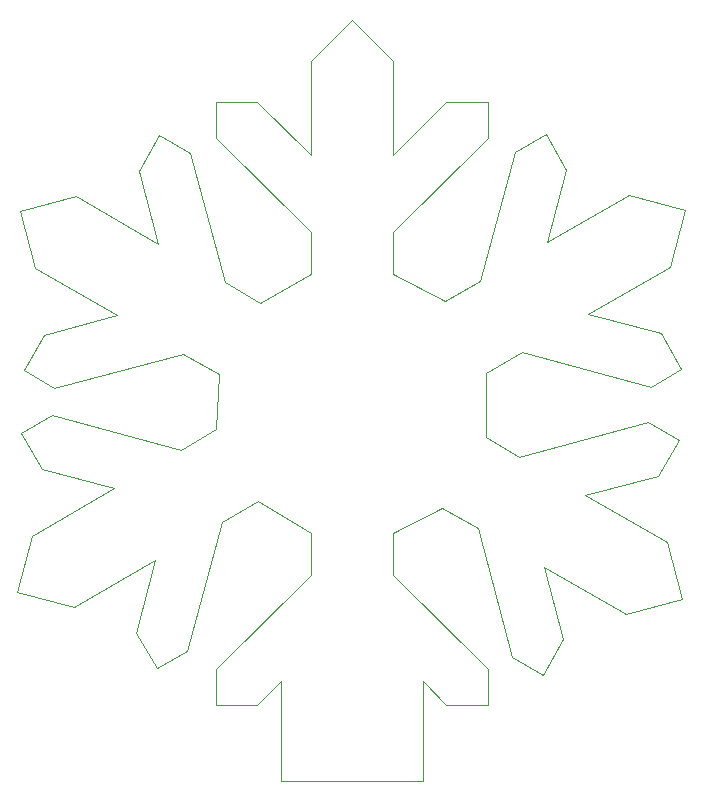
<source format=gm1>
G04*
G04 #@! TF.GenerationSoftware,Altium Limited,CircuitMaker,2.3.0 (2.3.0.3)*
G04*
G04 Layer_Color=16740166*
%FSLAX25Y25*%
%MOIN*%
G70*
G04*
G04 #@! TF.SameCoordinates,DFAF08F0-1B05-4ABB-8EC1-2A918C0C2617*
G04*
G04*
G04 #@! TF.FilePolarity,Positive*
G04*
G01*
G75*
%ADD15C,0.00300*%
D15*
X141732Y70866D02*
Y84646D01*
X114173Y70866D02*
Y84646D01*
X104331Y1969D02*
X151575D01*
X172492Y116648D02*
X172606Y138121D01*
X141732Y84646D02*
X157894Y93254D01*
X96579Y95472D02*
X114173Y84646D01*
X82800Y119339D02*
X83685Y137717D01*
X97465Y161584D02*
X114173Y171260D01*
X141732D02*
X158827Y161988D01*
X141732Y70866D02*
X173228Y39370D01*
Y27559D02*
Y39370D01*
X159449Y27559D02*
X173228D01*
X151575Y35433D02*
X159449Y27559D01*
X151575Y1969D02*
Y35433D01*
X104331Y1969D02*
Y35433D01*
X96457Y27559D02*
X104331Y35433D01*
X82677Y27559D02*
X96457D01*
X82677D02*
Y39370D01*
X114173Y70866D01*
X157894Y93254D02*
X169827Y86364D01*
X172492Y116648D02*
X183607Y110231D01*
X169827Y86364D02*
X181356Y43340D01*
X191585Y37434D01*
X198474Y49368D01*
X191990Y73569D02*
X198474Y49368D01*
X191990Y73569D02*
X219266Y57821D01*
X238089Y62865D01*
X233046Y81688D02*
X238089Y62865D01*
X205769Y97436D02*
X233046Y81688D01*
X205769Y97436D02*
X229970Y103921D01*
X236860Y115854D01*
X226631Y121759D02*
X236860Y115854D01*
X183607Y110231D02*
X226631Y121759D01*
X172606Y138121D02*
X184540Y145011D01*
X158827Y161988D02*
X170760Y168877D01*
X184540Y145011D02*
X227564Y133482D01*
X237793Y139388D01*
X230903Y151321D02*
X237793Y139388D01*
X206702Y157806D02*
X230903Y151321D01*
X206702Y157806D02*
X233978Y173554D01*
X239022Y192377D01*
X220198Y197421D02*
X239022Y192377D01*
X192922Y181673D02*
X220198Y197421D01*
X192922Y181673D02*
X199407Y205874D01*
X192517Y217807D02*
X199407Y205874D01*
X182288Y211902D02*
X192517Y217807D01*
X170760Y168877D02*
X182288Y211902D01*
X85532Y168474D02*
X97465Y161584D01*
X71752Y144607D02*
X83685Y137717D01*
X74003Y211498D02*
X85532Y168474D01*
X63775Y217404D02*
X74003Y211498D01*
X56885Y205470D02*
X63775Y217404D01*
X56885Y205470D02*
X63370Y181269D01*
X36093Y197017D02*
X63370Y181269D01*
X17270Y191973D02*
X36093Y197017D01*
X17270Y191973D02*
X22314Y173150D01*
X49590Y157402D01*
X25389Y150917D02*
X49590Y157402D01*
X18499Y138984D02*
X25389Y150917D01*
X18499Y138984D02*
X28728Y133079D01*
X71752Y144607D01*
X70866Y112450D02*
X82800Y119339D01*
X84646Y88583D02*
X96579Y95472D01*
X27842Y123978D02*
X70866Y112450D01*
X17613Y118072D02*
X27842Y123978D01*
X17613Y118072D02*
X24503Y106139D01*
X48704Y99654D01*
X21428Y83906D02*
X48704Y99654D01*
X16384Y65083D02*
X21428Y83906D01*
X16384Y65083D02*
X35207Y60039D01*
X62484Y75787D01*
X55999Y51586D02*
X62484Y75787D01*
X55999Y51586D02*
X62889Y39653D01*
X73117Y45558D01*
X84646Y88583D01*
X82677Y216535D02*
X114173Y185039D01*
X82677Y216535D02*
Y228346D01*
X96457D01*
X114173Y210630D01*
Y242126D01*
X127953Y255906D01*
Y255906D01*
X141732Y242126D01*
Y210630D02*
Y242126D01*
Y210630D02*
X159449Y228346D01*
X173228D01*
Y216535D02*
Y228346D01*
X141732Y185039D02*
X173228Y216535D01*
X114173Y171260D02*
Y185039D01*
X141732Y171260D02*
Y185039D01*
M02*

</source>
